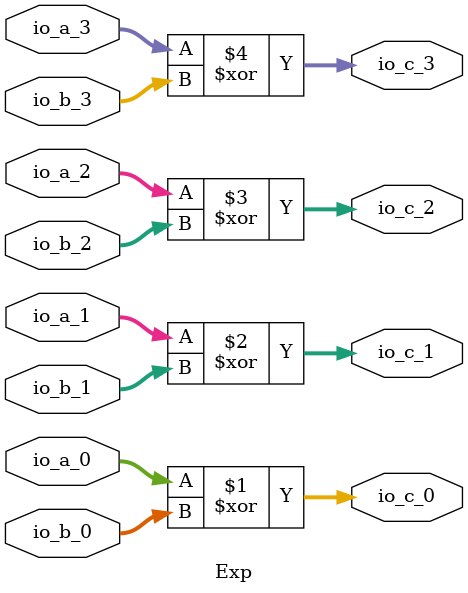
<source format=sv>



module Exp (
  input      [3:0]    io_a_0,
  input      [3:0]    io_a_1,
  input      [3:0]    io_a_2,
  input      [3:0]    io_a_3,
  input      [3:0]    io_b_0,
  input      [3:0]    io_b_1,
  input      [3:0]    io_b_2,
  input      [3:0]    io_b_3,
  output     [3:0]    io_c_0,
  output     [3:0]    io_c_1,
  output     [3:0]    io_c_2,
  output     [3:0]    io_c_3
);

  assign io_c_0 = (io_a_0 ^ io_b_0);
  assign io_c_1 = (io_a_1 ^ io_b_1);
  assign io_c_2 = (io_a_2 ^ io_b_2);
  assign io_c_3 = (io_a_3 ^ io_b_3);

endmodule

</source>
